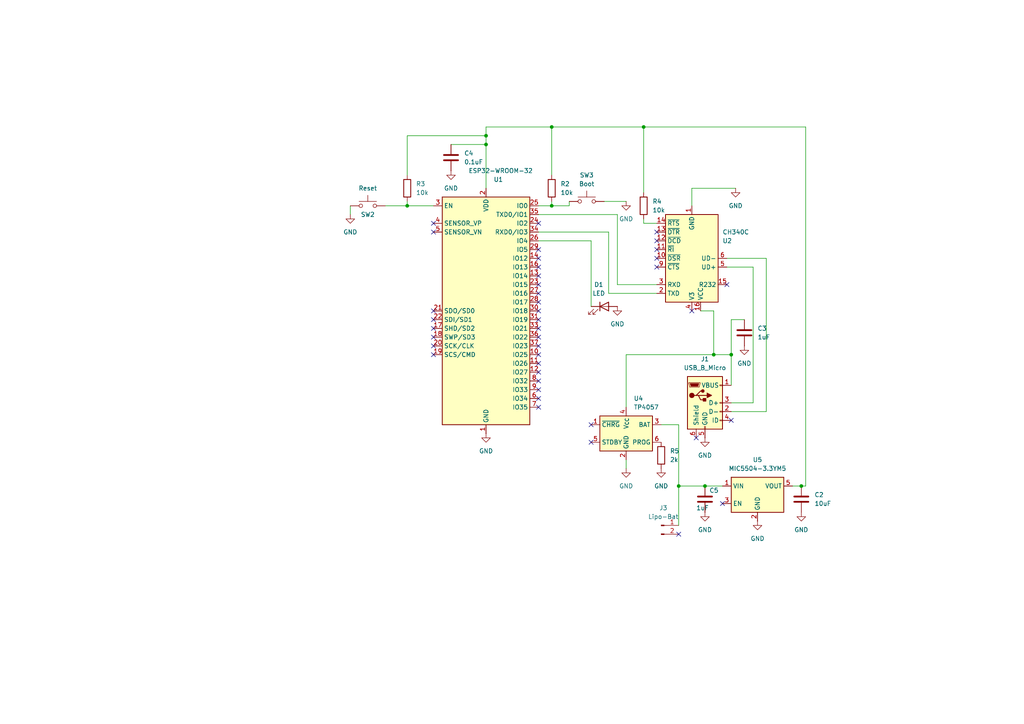
<source format=kicad_sch>
(kicad_sch (version 20231120) (generator "eeschema") (generator_version "8.0")
  (paper "A4")
  (lib_symbols
    (symbol "Battery_Management:TP4057"
      (property "Reference" "U" (at -6.35 6.604 0))
      (property "Value" "TP4057" (at 1.524 6.604 0))
      (symbol "TP4057_0_1"
        (rectangle (start -7.62 5.08) (end 7.62 -5.08) (stroke (width 0.254)) (fill (type background)))
      )
      (symbol "TP4057_1_1"
        (pin open_collector line (at -10.16 2.54 0) (length 2.54) (name "~{CHRG}") (number "1"))
        (pin power_in line (at 0 -7.62 90) (length 2.54) (name "GND") (number "2"))
        (pin power_out line (at 10.16 2.54 180) (length 2.54) (name "BAT") (number "3"))
        (pin power_in line (at 0 7.62 270) (length 2.54) (name "V_{CC}") (number "4"))
        (pin open_collector line (at -10.16 -2.54 0) (length 2.54) (name "STDBY") (number "5"))
        (pin passive line (at 10.16 -2.54 180) (length 2.54) (name "PROG") (number "6"))
      )
    )
    (symbol "Connector:Conn_01x02_Pin" (pin_names (offset 1.016) hide)
      (property "Reference" "J" (at 0 2.54 0))
      (property "Value" "Conn_01x02_Pin" (at 0 -5.08 0))
      (symbol "Conn_01x02_Pin_1_1"
        (polyline (pts (xy 1.27 -2.54) (xy 0.8636 -2.54)) (stroke (width 0.1524)))
        (polyline (pts (xy 1.27 0) (xy 0.8636 0)) (stroke (width 0.1524)))
        (rectangle (start 0.8636 -2.413) (end 0 -2.667) (stroke (width 0.1524)) (fill (type outline)))
        (rectangle (start 0.8636 0.127) (end 0 -0.127) (stroke (width 0.1524)) (fill (type outline)))
        (pin passive line (at 5.08 0 180) (length 3.81) (name "Pin_1") (number "1"))
        (pin passive line (at 5.08 -2.54 180) (length 3.81) (name "Pin_2") (number "2"))
      )
    )
    (symbol "Connector:USB_B_Micro" (pin_names (offset 1.016))
      (property "Reference" "J" (at -5.08 11.43 0))
      (property "Value" "USB_B_Micro" (at -5.08 8.89 0))
      (symbol "USB_B_Micro_0_1"
        (rectangle (start -5.08 -7.62) (end 5.08 7.62) (stroke (width 0.254)) (fill (type background)))
        (circle (center -3.81 2.159) (radius 0.635) (stroke (width 0.254)) (fill (type outline)))
        (circle (center -0.635 3.429) (radius 0.381) (stroke (width 0.254)) (fill (type outline)))
        (rectangle (start -0.127 -7.62) (end 0.127 -6.858))
        (polyline (pts (xy -1.905 2.159) (xy 0.635 2.159)) (stroke (width 0.254)))
        (polyline (pts (xy -3.175 2.159) (xy -2.54 2.159) (xy -1.27 3.429) (xy -0.635 3.429)) (stroke (width 0.254)))
        (polyline (pts (xy -2.54 2.159) (xy -1.905 2.159) (xy -1.27 0.889) (xy 0 0.889)) (stroke (width 0.254)))
        (polyline (pts (xy 0.635 2.794) (xy 0.635 1.524) (xy 1.905 2.159) (xy 0.635 2.794)) (stroke (width 0.254)) (fill (type outline)))
        (polyline (pts (xy -4.318 5.588) (xy -1.778 5.588) (xy -2.032 4.826) (xy -4.064 4.826) (xy -4.318 5.588)) (fill (type outline)))
        (polyline (pts (xy -4.699 5.842) (xy -4.699 5.588) (xy -4.445 4.826) (xy -4.445 4.572) (xy -1.651 4.572) (xy -1.651 4.826) (xy -1.397 5.588) (xy -1.397 5.842) (xy -4.699 5.842)))
        (rectangle (start 0.254 1.27) (end -0.508 0.508) (stroke (width 0.254)) (fill (type outline)))
        (rectangle (start 5.08 -5.207) (end 4.318 -4.953))
        (rectangle (start 5.08 -2.667) (end 4.318 -2.413))
        (rectangle (start 5.08 -0.127) (end 4.318 0.127))
        (rectangle (start 5.08 4.953) (end 4.318 5.207))
      )
      (symbol "USB_B_Micro_1_1"
        (pin power_out line (at 7.62 5.08 180) (length 2.54) (name "VBUS") (number "1"))
        (pin bidirectional line (at 7.62 -2.54 180) (length 2.54) (name "D-") (number "2"))
        (pin bidirectional line (at 7.62 0 180) (length 2.54) (name "D+") (number "3"))
        (pin passive line (at 7.62 -5.08 180) (length 2.54) (name "ID") (number "4"))
        (pin power_out line (at 0 -10.16 90) (length 2.54) (name "GND") (number "5"))
        (pin passive line (at -2.54 -10.16 90) (length 2.54) (name "Shield") (number "6"))
      )
    )
    (symbol "Device:C" (pin_numbers hide) (pin_names (offset 0.254))
      (property "Reference" "C" (at 0.635 2.54 0))
      (property "Value" "C" (at 0.635 -2.54 0))
      (symbol "C_0_1"
        (polyline (pts (xy -2.032 -0.762) (xy 2.032 -0.762)) (stroke (width 0.508)))
        (polyline (pts (xy -2.032 0.762) (xy 2.032 0.762)) (stroke (width 0.508)))
      )
      (symbol "C_1_1"
        (pin passive line (at 0 3.81 270) (length 2.794) (name "~") (number "1"))
        (pin passive line (at 0 -3.81 90) (length 2.794) (name "~") (number "2"))
      )
    )
    (symbol "Device:LED" (pin_numbers hide) (pin_names (offset 1.016) hide)
      (property "Reference" "D" (at 0 2.54 0))
      (property "Value" "LED" (at 0 -2.54 0))
      (symbol "LED_0_1"
        (polyline (pts (xy -1.27 -1.27) (xy -1.27 1.27)) (stroke (width 0.254)))
        (polyline (pts (xy -1.27 0) (xy 1.27 0)))
        (polyline (pts (xy 1.27 -1.27) (xy 1.27 1.27) (xy -1.27 0) (xy 1.27 -1.27)) (stroke (width 0.254)))
        (polyline (pts (xy -3.048 -0.762) (xy -4.572 -2.286) (xy -3.81 -2.286) (xy -4.572 -2.286) (xy -4.572 -1.524)))
        (polyline (pts (xy -1.778 -0.762) (xy -3.302 -2.286) (xy -2.54 -2.286) (xy -3.302 -2.286) (xy -3.302 -1.524)))
      )
      (symbol "LED_1_1"
        (pin passive line (at -3.81 0 0) (length 2.54) (name "K") (number "1"))
        (pin passive line (at 3.81 0 180) (length 2.54) (name "A") (number "2"))
      )
    )
    (symbol "Device:R" (pin_numbers hide) (pin_names (offset 0))
      (property "Reference" "R" (at 2.032 0 90))
      (property "Value" "R" (at 0 0 90))
      (symbol "R_0_1"
        (rectangle (start -1.016 -2.54) (end 1.016 2.54) (stroke (width 0.254)))
      )
      (symbol "R_1_1"
        (pin passive line (at 0 3.81 270) (length 1.27) (name "~") (number "1"))
        (pin passive line (at 0 -3.81 90) (length 1.27) (name "~") (number "2"))
      )
    )
    (symbol "Interface_USB:CH340C"
      (property "Reference" "U" (at -5.08 13.97 0))
      (property "Value" "CH340C" (at 1.27 13.97 0))
      (symbol "CH340C_0_1"
        (rectangle (start -7.62 12.7) (end 7.62 -12.7) (stroke (width 0.254)) (fill (type background)))
      )
      (symbol "CH340C_1_1"
        (pin power_in line (at 0 -15.24 90) (length 2.54) (name "GND") (number "1"))
        (pin input line (at 10.16 0 180) (length 2.54) (name "~{DSR}") (number "10"))
        (pin input line (at 10.16 -2.54 180) (length 2.54) (name "~{RI}") (number "11"))
        (pin input line (at 10.16 -5.08 180) (length 2.54) (name "~{DCD}") (number "12"))
        (pin output line (at 10.16 -7.62 180) (length 2.54) (name "~{DTR}") (number "13"))
        (pin output line (at 10.16 -10.16 180) (length 2.54) (name "~{RTS}") (number "14"))
        (pin input line (at -10.16 7.62 0) (length 2.54) (name "R232") (number "15"))
        (pin power_in line (at -2.54 15.24 270) (length 2.54) (name "VCC") (number "16"))
        (pin output line (at 10.16 10.16 180) (length 2.54) (name "TXD") (number "2"))
        (pin input line (at 10.16 7.62 180) (length 2.54) (name "RXD") (number "3"))
        (pin power_out line (at 0 15.24 270) (length 2.54) (name "V3") (number "4"))
        (pin bidirectional line (at -10.16 2.54 0) (length 2.54) (name "UD+") (number "5"))
        (pin bidirectional line (at -10.16 0 0) (length 2.54) (name "UD-") (number "6"))
        (pin no_connect line (at -7.62 -5.08 0) (length 2.54) hide (name "NC") (number "7"))
        (pin no_connect line (at -7.62 -7.62 0) (length 2.54) hide (name "NC") (number "8"))
        (pin input line (at 10.16 2.54 180) (length 2.54) (name "~{CTS}") (number "9"))
      )
    )
    (symbol "RF_Module:ESP32-WROOM-32"
      (property "Reference" "U" (at -12.7 34.29 0))
      (property "Value" "ESP32-WROOM-32" (at 1.27 34.29 0))
      (symbol "ESP32-WROOM-32_0_1"
        (rectangle (start -12.7 33.02) (end 12.7 -33.02) (stroke (width 0.254)) (fill (type background)))
      )
      (symbol "ESP32-WROOM-32_1_1"
        (pin power_in line (at 0 -35.56 90) (length 2.54) (name "GND") (number "1"))
        (pin bidirectional line (at 15.24 -12.7 180) (length 2.54) (name "IO25") (number "10"))
        (pin bidirectional line (at 15.24 -15.24 180) (length 2.54) (name "IO26") (number "11"))
        (pin bidirectional line (at 15.24 -17.78 180) (length 2.54) (name "IO27") (number "12"))
        (pin bidirectional line (at 15.24 10.16 180) (length 2.54) (name "IO14") (number "13"))
        (pin bidirectional line (at 15.24 15.24 180) (length 2.54) (name "IO12") (number "14"))
        (pin passive line (at 0 -35.56 90) (length 2.54) hide (name "GND") (number "15"))
        (pin bidirectional line (at 15.24 12.7 180) (length 2.54) (name "IO13") (number "16"))
        (pin bidirectional line (at -15.24 -5.08 0) (length 2.54) (name "SHD/SD2") (number "17"))
        (pin bidirectional line (at -15.24 -7.62 0) (length 2.54) (name "SWP/SD3") (number "18"))
        (pin bidirectional line (at -15.24 -12.7 0) (length 2.54) (name "SCS/CMD") (number "19"))
        (pin power_in line (at 0 35.56 270) (length 2.54) (name "VDD") (number "2"))
        (pin bidirectional line (at -15.24 -10.16 0) (length 2.54) (name "SCK/CLK") (number "20"))
        (pin bidirectional line (at -15.24 0 0) (length 2.54) (name "SDO/SD0") (number "21"))
        (pin bidirectional line (at -15.24 -2.54 0) (length 2.54) (name "SDI/SD1") (number "22"))
        (pin bidirectional line (at 15.24 7.62 180) (length 2.54) (name "IO15") (number "23"))
        (pin bidirectional line (at 15.24 25.4 180) (length 2.54) (name "IO2") (number "24"))
        (pin bidirectional line (at 15.24 30.48 180) (length 2.54) (name "IO0") (number "25"))
        (pin bidirectional line (at 15.24 20.32 180) (length 2.54) (name "IO4") (number "26"))
        (pin bidirectional line (at 15.24 5.08 180) (length 2.54) (name "IO16") (number "27"))
        (pin bidirectional line (at 15.24 2.54 180) (length 2.54) (name "IO17") (number "28"))
        (pin bidirectional line (at 15.24 17.78 180) (length 2.54) (name "IO5") (number "29"))
        (pin input line (at -15.24 30.48 0) (length 2.54) (name "EN") (number "3"))
        (pin bidirectional line (at 15.24 0 180) (length 2.54) (name "IO18") (number "30"))
        (pin bidirectional line (at 15.24 -2.54 180) (length 2.54) (name "IO19") (number "31"))
        (pin no_connect line (at -12.7 -27.94 0) (length 2.54) hide (name "NC") (number "32"))
        (pin bidirectional line (at 15.24 -5.08 180) (length 2.54) (name "IO21") (number "33"))
        (pin bidirectional line (at 15.24 22.86 180) (length 2.54) (name "RXD0/IO3") (number "34"))
        (pin bidirectional line (at 15.24 27.94 180) (length 2.54) (name "TXD0/IO1") (number "35"))
        (pin bidirectional line (at 15.24 -7.62 180) (length 2.54) (name "IO22") (number "36"))
        (pin bidirectional line (at 15.24 -10.16 180) (length 2.54) (name "IO23") (number "37"))
        (pin passive line (at 0 -35.56 90) (length 2.54) hide (name "GND") (number "38"))
        (pin passive line (at 0 -35.56 90) (length 2.54) hide (name "GND") (number "39"))
        (pin input line (at -15.24 25.4 0) (length 2.54) (name "SENSOR_VP") (number "4"))
        (pin input line (at -15.24 22.86 0) (length 2.54) (name "SENSOR_VN") (number "5"))
        (pin input line (at 15.24 -25.4 180) (length 2.54) (name "IO34") (number "6"))
        (pin input line (at 15.24 -27.94 180) (length 2.54) (name "IO35") (number "7"))
        (pin bidirectional line (at 15.24 -20.32 180) (length 2.54) (name "IO32") (number "8"))
        (pin bidirectional line (at 15.24 -22.86 180) (length 2.54) (name "IO33") (number "9"))
      )
    )
    (symbol "Regulator_Linear:MIC5504-3.3YM5"
      (property "Reference" "U" (at -7.62 8.89 0))
      (property "Value" "MIC5504-3.3YM5" (at -7.62 6.35 0))
      (symbol "MIC5504-3.3YM5_0_1"
        (rectangle (start -7.62 -5.08) (end 7.62 5.08) (stroke (width 0.254)) (fill (type background)))
      )
      (symbol "MIC5504-3.3YM5_1_1"
        (pin power_in line (at -10.16 2.54 0) (length 2.54) (name "VIN") (number "1"))
        (pin power_in line (at 0 -7.62 90) (length 2.54) (name "GND") (number "2"))
        (pin input line (at -10.16 -2.54 0) (length 2.54) (name "EN") (number "3"))
        (pin no_connect line (at 7.62 -2.54 180) (length 2.54) hide (name "NC") (number "4"))
        (pin power_out line (at 10.16 2.54 180) (length 2.54) (name "VOUT") (number "5"))
      )
    )
    (symbol "Switch:SW_Push" (pin_numbers hide) (pin_names (offset 1.016) hide)
      (property "Reference" "SW" (at 1.27 2.54 0))
      (property "Value" "SW_Push" (at 0 -1.524 0))
      (symbol "SW_Push_0_1"
        (circle (center -2.032 0) (radius 0.508))
        (polyline (pts (xy 0 1.27) (xy 0 3.048)))
        (polyline (pts (xy 2.54 1.27) (xy -2.54 1.27)))
        (circle (center 2.032 0) (radius 0.508))
        (pin passive line (at -5.08 0 0) (length 2.54) (name "1") (number "1"))
        (pin passive line (at 5.08 0 180) (length 2.54) (name "2") (number "2"))
      )
    )
    (symbol "power:GND" (power) (pin_numbers hide) (pin_names (offset 0) hide)
      (property "Value" "GND" (at 0 -3.81 0))
      (symbol "GND_0_1"
        (polyline (pts (xy 0 0) (xy 0 -1.27) (xy 1.27 -1.27) (xy 0 -2.54) (xy -1.27 -1.27) (xy 0 -1.27)))
      )
      (symbol "GND_1_1"
        (pin power_in line (at 0 0 270) (length 0) (name "~") (number "1"))
      )
    )
  )
  (junction (at 186.69 36.83))
  (junction (at 118.11 59.69))
  (junction (at 232.41 140.97))
  (junction (at 140.97 41.91))
  (junction (at 160.02 59.69))
  (junction (at 207.01 102.87))
  (junction (at 204.47 140.97))
  (junction (at 160.02 36.83))
  (junction (at 212.09 102.87))
  (junction (at 140.97 39.37))
  (junction (at 196.85 140.97))
  (no_connect (at 212.09 121.92))
  (no_connect (at 156.21 115.57))
  (no_connect (at 210.82 82.55))
  (no_connect (at 156.21 85.09))
  (no_connect (at 190.5 77.47))
  (no_connect (at 171.45 128.27))
  (no_connect (at 200.66 90.17))
  (no_connect (at 201.93 127))
  (no_connect (at 196.85 154.94))
  (no_connect (at 156.21 64.77))
  (no_connect (at 156.21 107.95))
  (no_connect (at 156.21 110.49))
  (no_connect (at 190.5 72.39))
  (no_connect (at 209.55 146.05))
  (no_connect (at 125.73 97.79))
  (no_connect (at 156.21 113.03))
  (no_connect (at 125.73 100.33))
  (no_connect (at 156.21 74.93))
  (no_connect (at 156.21 97.79))
  (no_connect (at 190.5 69.85))
  (no_connect (at 125.73 90.17))
  (no_connect (at 156.21 105.41))
  (no_connect (at 125.73 95.25))
  (no_connect (at 156.21 87.63))
  (no_connect (at 156.21 102.87))
  (no_connect (at 125.73 102.87))
  (no_connect (at 125.73 92.71))
  (no_connect (at 171.45 123.19))
  (no_connect (at 190.5 74.93))
  (no_connect (at 125.73 64.77))
  (no_connect (at 156.21 118.11))
  (no_connect (at 156.21 90.17))
  (no_connect (at 156.21 72.39))
  (no_connect (at 156.21 80.01))
  (no_connect (at 156.21 100.33))
  (no_connect (at 190.5 67.31))
  (no_connect (at 156.21 95.25))
  (no_connect (at 156.21 77.47))
  (no_connect (at 156.21 82.55))
  (no_connect (at 125.73 67.31))
  (no_connect (at 156.21 92.71))
  (wire (pts (xy 196.85 140.97) (xy 196.85 152.4)))
  (wire (pts (xy 140.97 41.91) (xy 140.97 39.37)))
  (wire (pts (xy 196.85 140.97) (xy 204.47 140.97)))
  (wire (pts (xy 160.02 59.69) (xy 165.1 59.69)))
  (wire (pts (xy 203.2 90.17) (xy 207.01 90.17)))
  (wire (pts (xy 218.44 77.47) (xy 218.44 116.84)))
  (wire (pts (xy 179.07 82.55) (xy 179.07 62.23)))
  (wire (pts (xy 190.5 64.77) (xy 186.69 64.77)))
  (wire (pts (xy 186.69 64.77) (xy 186.69 63.5)))
  (wire (pts (xy 212.09 92.71) (xy 212.09 102.87)))
  (wire (pts (xy 101.6 59.69) (xy 101.6 62.23)))
  (wire (pts (xy 191.77 123.19) (xy 196.85 123.19)))
  (wire (pts (xy 222.25 119.38) (xy 222.25 74.93)))
  (wire (pts (xy 207.01 102.87) (xy 212.09 102.87)))
  (wire (pts (xy 118.11 59.69) (xy 125.73 59.69)))
  (wire (pts (xy 200.66 54.61) (xy 213.36 54.61)))
  (wire (pts (xy 212.09 119.38) (xy 222.25 119.38)))
  (wire (pts (xy 130.81 41.91) (xy 140.97 41.91)))
  (wire (pts (xy 176.53 67.31) (xy 156.21 67.31)))
  (wire (pts (xy 190.5 82.55) (xy 179.07 82.55)))
  (wire (pts (xy 118.11 58.42) (xy 118.11 59.69)))
  (wire (pts (xy 210.82 77.47) (xy 218.44 77.47)))
  (wire (pts (xy 190.5 85.09) (xy 176.53 85.09)))
  (wire (pts (xy 181.61 102.87) (xy 207.01 102.87)))
  (wire (pts (xy 215.9 92.71) (xy 212.09 92.71)))
  (wire (pts (xy 171.45 69.85) (xy 171.45 88.9)))
  (wire (pts (xy 175.26 58.42) (xy 181.61 58.42)))
  (wire (pts (xy 233.68 36.83) (xy 233.68 140.97)))
  (wire (pts (xy 111.76 59.69) (xy 118.11 59.69)))
  (wire (pts (xy 210.82 74.93) (xy 222.25 74.93)))
  (wire (pts (xy 176.53 85.09) (xy 176.53 67.31)))
  (wire (pts (xy 232.41 140.97) (xy 233.68 140.97)))
  (wire (pts (xy 186.69 55.88) (xy 186.69 36.83)))
  (wire (pts (xy 140.97 36.83) (xy 160.02 36.83)))
  (wire (pts (xy 156.21 69.85) (xy 171.45 69.85)))
  (wire (pts (xy 160.02 36.83) (xy 160.02 50.8)))
  (wire (pts (xy 207.01 90.17) (xy 207.01 102.87)))
  (wire (pts (xy 140.97 39.37) (xy 140.97 36.83)))
  (wire (pts (xy 140.97 54.61) (xy 140.97 41.91)))
  (wire (pts (xy 229.87 140.97) (xy 232.41 140.97)))
  (wire (pts (xy 118.11 50.8) (xy 118.11 39.37)))
  (wire (pts (xy 181.61 118.11) (xy 181.61 102.87)))
  (wire (pts (xy 204.47 140.97) (xy 209.55 140.97)))
  (wire (pts (xy 186.69 36.83) (xy 233.68 36.83)))
  (wire (pts (xy 160.02 58.42) (xy 160.02 59.69)))
  (wire (pts (xy 160.02 36.83) (xy 186.69 36.83)))
  (wire (pts (xy 196.85 123.19) (xy 196.85 140.97)))
  (wire (pts (xy 212.09 102.87) (xy 212.09 111.76)))
  (wire (pts (xy 200.66 59.69) (xy 200.66 54.61)))
  (wire (pts (xy 156.21 59.69) (xy 160.02 59.69)))
  (wire (pts (xy 165.1 59.69) (xy 165.1 58.42)))
  (wire (pts (xy 179.07 62.23) (xy 156.21 62.23)))
  (wire (pts (xy 118.11 39.37) (xy 140.97 39.37)))
  (wire (pts (xy 212.09 116.84) (xy 218.44 116.84)))
  (wire (pts (xy 181.61 133.35) (xy 181.61 135.89)))
  (symbol (lib_id "power:GND") (at 204.47 148.59 0) (unit 1)
    (property "Reference" "#PWR017" (effects (hide yes)))
    (property "Value" "GND" (at 204.47 153.67 0))
    (property "Description" "Power symbol creates a global label with name \"GND\" , ground" (effects (hide yes)))
  )
  (symbol (lib_id "Device:R") (at 186.69 59.69 0) (unit 1)
    (property "Reference" "R4" (at 189.23 58.4199 0) (effects (justify left)))
    (property "Value" "10k" (at 189.23 60.9599 0) (effects (justify left)))
    (property "Footprint" "Resistor_SMD:R_0201_0603Metric" (effects (hide yes)))
    (property "Description" "Resistor" (effects (hide yes)))
  )
  (symbol (lib_id "Device:LED") (at 175.26 88.9 0) (unit 1)
    (property "Reference" "D1" (at 173.6725 82.55 0))
    (property "Value" "LED" (at 173.6725 85.09 0))
    (property "Footprint" "LED_SMD:LED_0805_2012Metric" (effects (hide yes)))
    (property "Description" "Light emitting diode" (effects (hide yes)))
  )
  (symbol (lib_id "power:GND") (at 204.47 127 0) (unit 1)
    (property "Reference" "#PWR02" (effects (hide yes)))
    (property "Value" "GND" (at 204.47 132.08 0))
    (property "Description" "Power symbol creates a global label with name \"GND\" , ground" (effects (hide yes)))
  )
  (symbol (lib_id "power:GND") (at 219.71 151.13 0) (unit 1)
    (property "Reference" "#PWR013" (effects (hide yes)))
    (property "Value" "GND" (at 219.71 156.21 0))
    (property "Description" "Power symbol creates a global label with name \"GND\" , ground" (effects (hide yes)))
  )
  (symbol (lib_id "power:GND") (at 179.07 88.9 0) (unit 1)
    (property "Reference" "#PWR05" (effects (hide yes)))
    (property "Value" "GND" (at 179.07 93.98 0))
    (property "Description" "Power symbol creates a global label with name \"GND\" , ground" (effects (hide yes)))
  )
  (symbol (lib_id "power:GND") (at 191.77 135.89 0) (unit 1)
    (property "Reference" "#PWR012" (effects (hide yes)))
    (property "Value" "GND" (at 191.77 140.97 0))
    (property "Description" "Power symbol creates a global label with name \"GND\" , ground" (effects (hide yes)))
  )
  (symbol (lib_id "Battery_Management:TP4057") (at 181.61 125.73 0) (unit 1)
    (property "Reference" "U4" (at 183.8041 115.57 0) (effects (justify left)))
    (property "Value" "TP4057" (at 183.8041 118.11 0) (effects (justify left)))
    (property "Footprint" "Package_TO_SOT_SMD:SOT-23-6" (effects (hide yes)))
    (property "Datasheet" "http://toppwr.com/uploadfile/file/20230304/640302a47b738.pdf" (effects (hide yes)))
    (property "Description" "Constant-current/constant-voltage linear charger for single cell lithium-ion batteries with 2.9V Trickle Charge, 4.5V to 6.5V VDD, -40 to +85 degree Celsius, TSOT-23-5" (effects (hide yes)))
  )
  (symbol (lib_id "Device:R") (at 118.11 54.61 0) (unit 1)
    (property "Reference" "R3" (at 120.65 53.3399 0) (effects (justify left)))
    (property "Value" "10k" (at 120.65 55.8799 0) (effects (justify left)))
    (property "Footprint" "Resistor_SMD:R_0201_0603Metric" (effects (hide yes)))
    (property "Description" "Resistor" (effects (hide yes)))
  )
  (symbol (lib_id "Device:C") (at 215.9 96.52 0) (unit 1)
    (property "Reference" "C3" (at 219.71 95.2499 0) (effects (justify left)))
    (property "Value" "1uF" (at 219.71 97.7899 0) (effects (justify left)))
    (property "Footprint" "Capacitor_SMD:C_0805_2012Metric" (effects (hide yes)))
    (property "Description" "Unpolarized capacitor" (effects (hide yes)))
  )
  (symbol (lib_id "Device:C") (at 130.81 45.72 0) (unit 1)
    (property "Reference" "C4" (at 134.62 44.4499 0) (effects (justify left)))
    (property "Value" "0.1uF" (at 134.62 46.9899 0) (effects (justify left)))
    (property "Footprint" "Capacitor_SMD:C_0805_2012Metric" (effects (hide yes)))
    (property "Description" "Unpolarized capacitor" (effects (hide yes)))
  )
  (symbol (lib_id "RF_Module:ESP32-WROOM-32") (at 140.97 90.17 0) (unit 1)
    (property "Reference" "U1" (at 143.1641 52.07 0) (effects (justify left)))
    (property "Value" "ESP32-WROOM-32" (at 135.89 49.53 0) (effects (justify left)))
    (property "Footprint" "RF_Module:ESP32-WROOM-32" (effects (hide yes)))
    (property "Datasheet" "https://www.espressif.com/sites/default/files/documentation/esp32-wroom-32_datasheet_en.pdf" (effects (hide yes)))
    (property "Description" "RF Module, ESP32-D0WDQ6 SoC, Wi-Fi 802.11b/g/n, Bluetooth, BLE, 32-bit, 2.7-3.6V, onboard antenna, SMD" (effects (hide yes)))
  )
  (symbol (lib_id "Device:C") (at 232.41 144.78 0) (unit 1)
    (property "Reference" "C2" (at 236.22 143.5099 0) (effects (justify left)))
    (property "Value" "10uF" (at 236.22 146.0499 0) (effects (justify left)))
    (property "Footprint" "Capacitor_SMD:C_0805_2012Metric" (effects (hide yes)))
    (property "Description" "Unpolarized capacitor" (effects (hide yes)))
  )
  (symbol (lib_id "power:GND") (at 213.36 54.61 0) (unit 1)
    (property "Reference" "#PWR03" (effects (hide yes)))
    (property "Value" "GND" (at 213.36 59.69 0))
    (property "Description" "Power symbol creates a global label with name \"GND\" , ground" (effects (hide yes)))
  )
  (symbol (lib_id "power:GND") (at 101.6 62.23 0) (unit 1)
    (property "Reference" "#PWR08" (effects (hide yes)))
    (property "Value" "GND" (at 101.6 67.31 0))
    (property "Description" "Power symbol creates a global label with name \"GND\" , ground" (effects (hide yes)))
  )
  (symbol (lib_id "power:GND") (at 181.61 58.42 0) (unit 1)
    (property "Reference" "#PWR09" (effects (hide yes)))
    (property "Value" "GND" (at 181.61 63.5 0))
    (property "Description" "Power symbol creates a global label with name \"GND\" , ground" (effects (hide yes)))
  )
  (symbol (lib_id "power:GND") (at 130.81 49.53 0) (unit 1)
    (property "Reference" "#PWR016" (effects (hide yes)))
    (property "Value" "GND" (at 130.81 54.61 0))
    (property "Description" "Power symbol creates a global label with name \"GND\" , ground" (effects (hide yes)))
  )
  (symbol (lib_id "Regulator_Linear:MIC5504-3.3YM5") (at 219.71 143.51 0) (unit 1)
    (property "Reference" "U5" (at 219.71 133.35 0))
    (property "Value" "MIC5504-3.3YM5" (at 219.71 135.89 0))
    (property "Footprint" "Package_TO_SOT_SMD:SOT-23-5" (effects (hide yes)))
    (property "Datasheet" "http://ww1.microchip.com/downloads/en/DeviceDoc/MIC550X.pdf" (effects (hide yes)))
    (property "Description" "300mA Low-dropout Voltage Regulator, Vout 3.3V, Vin up to 5.5V, SOT-23" (effects (hide yes)))
  )
  (symbol (lib_id "Device:C") (at 204.47 144.78 0) (unit 1)
    (property "Reference" "C5" (at 205.74 142.24 0) (effects (justify left)))
    (property "Value" "1uF" (at 201.93 147.32 0) (effects (justify left)))
    (property "Footprint" "Capacitor_SMD:C_0805_2012Metric" (effects (hide yes)))
    (property "Description" "Unpolarized capacitor" (effects (hide yes)))
  )
  (symbol (lib_id "Connector:Conn_01x02_Pin") (at 191.77 152.4 0) (unit 1)
    (property "Reference" "J3" (at 192.405 147.32 0))
    (property "Value" "Lipo-Bat" (at 192.405 149.86 0))
    (property "Footprint" "Connector_JST:JST_PH_S2B-PH-K_1x02_P2.00mm_Horizontal" (effects (hide yes)))
    (property "Description" "Generic connector, single row, 01x02, script generated" (effects (hide yes)))
  )
  (symbol (lib_id "power:GND") (at 140.97 125.73 0) (unit 1)
    (property "Reference" "#PWR01" (effects (hide yes)))
    (property "Value" "GND" (at 140.97 130.81 0))
    (property "Description" "Power symbol creates a global label with name \"GND\" , ground" (effects (hide yes)))
  )
  (symbol (lib_id "Switch:SW_Push") (at 106.68 59.69 0) (unit 1)
    (property "Reference" "SW2" (at 106.68 62.23 0))
    (property "Value" "Reset" (at 106.68 54.61 0))
    (property "Footprint" "Button_Switch_SMD:SW_SPST_TL3342" (effects (hide yes)))
    (property "Description" "Push button switch, generic, two pins" (effects (hide yes)))
  )
  (symbol (lib_id "Device:R") (at 160.02 54.61 0) (unit 1)
    (property "Reference" "R2" (at 162.56 53.3399 0) (effects (justify left)))
    (property "Value" "10k" (at 162.56 55.8799 0) (effects (justify left)))
    (property "Footprint" "Resistor_SMD:R_0201_0603Metric" (effects (hide yes)))
    (property "Description" "Resistor" (effects (hide yes)))
  )
  (symbol (lib_id "power:GND") (at 181.61 135.89 0) (unit 1)
    (property "Reference" "#PWR04" (effects (hide yes)))
    (property "Value" "GND" (at 181.61 140.97 0))
    (property "Description" "Power symbol creates a global label with name \"GND\" , ground" (effects (hide yes)))
  )
  (symbol (lib_id "Switch:SW_Push") (at 170.18 58.42 0) (unit 1)
    (property "Reference" "SW3" (at 170.18 50.8 0))
    (property "Value" "Boot" (at 170.18 53.34 0))
    (property "Footprint" "Button_Switch_SMD:SW_SPST_TL3342" (effects (hide yes)))
    (property "Description" "Push button switch, generic, two pins" (effects (hide yes)))
  )
  (symbol (lib_id "Device:R") (at 191.77 132.08 0) (unit 1)
    (property "Reference" "R5" (at 194.31 130.8099 0) (effects (justify left)))
    (property "Value" "2k" (at 194.31 133.3499 0) (effects (justify left)))
    (property "Footprint" "Resistor_SMD:R_0201_0603Metric" (effects (hide yes)))
    (property "Description" "Resistor" (effects (hide yes)))
  )
  (symbol (lib_id "Connector:USB_B_Micro") (at 204.47 116.84 0) (unit 1)
    (property "Reference" "J1" (at 204.47 104.14 0))
    (property "Value" "USB_B_Micro" (at 204.47 106.68 0))
    (property "Footprint" "Connector_USB:USB_Micro-B_Amphenol_10103594-0001LF_Horizontal" (effects (hide yes)))
    (property "Description" "USB Micro Type B connector" (effects (hide yes)))
  )
  (symbol (lib_id "power:GND") (at 232.41 148.59 0) (unit 1)
    (property "Reference" "#PWR014" (effects (hide yes)))
    (property "Value" "GND" (at 232.41 153.67 0))
    (property "Description" "Power symbol creates a global label with name \"GND\" , ground" (effects (hide yes)))
  )
  (symbol (lib_id "power:GND") (at 215.9 100.33 0) (unit 1)
    (property "Reference" "#PWR015" (effects (hide yes)))
    (property "Value" "GND" (at 215.9 105.41 0))
    (property "Description" "Power symbol creates a global label with name \"GND\" , ground" (effects (hide yes)))
  )
  (symbol (lib_id "Interface_USB:CH340C") (at 200.66 74.93 180) (unit 1)
    (property "Reference" "U2" (at 209.55 69.85 0) (effects (justify right)))
    (property "Value" "CH340C" (at 209.55 67.31 0) (effects (justify right)))
    (property "Footprint" "Package_SO:SOIC-16_3.9x9.9mm_P1.27mm" (effects (hide yes)))
    (property "Datasheet" "https://datasheet.lcsc.com/szlcsc/Jiangsu-Qin-Heng-CH340C_C84681.pdf" (effects (hide yes)))
    (property "Description" "USB serial converter, crystal-less, UART, SOIC-16" (effects (hide yes)))
  )
)
</source>
